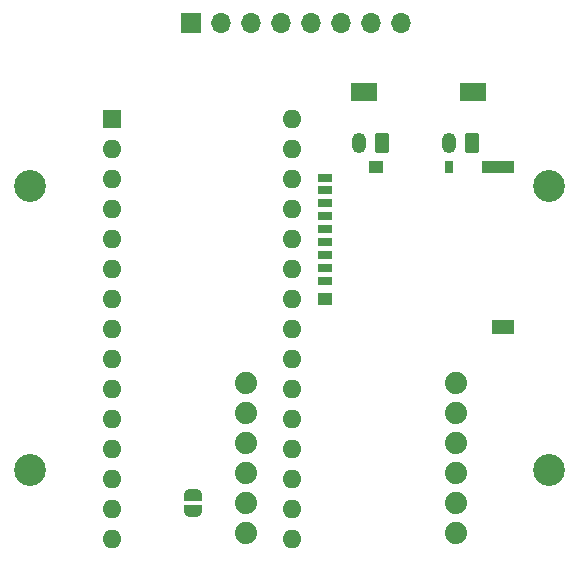
<source format=gbr>
%TF.GenerationSoftware,KiCad,Pcbnew,(6.0.7-1)-1*%
%TF.CreationDate,2023-01-25T16:43:34-06:00*%
%TF.ProjectId,BLACKBOX,424c4143-4b42-44f5-982e-6b696361645f,rev?*%
%TF.SameCoordinates,Original*%
%TF.FileFunction,Soldermask,Bot*%
%TF.FilePolarity,Negative*%
%FSLAX46Y46*%
G04 Gerber Fmt 4.6, Leading zero omitted, Abs format (unit mm)*
G04 Created by KiCad (PCBNEW (6.0.7-1)-1) date 2023-01-25 16:43:34*
%MOMM*%
%LPD*%
G01*
G04 APERTURE LIST*
G04 Aperture macros list*
%AMRoundRect*
0 Rectangle with rounded corners*
0 $1 Rounding radius*
0 $2 $3 $4 $5 $6 $7 $8 $9 X,Y pos of 4 corners*
0 Add a 4 corners polygon primitive as box body*
4,1,4,$2,$3,$4,$5,$6,$7,$8,$9,$2,$3,0*
0 Add four circle primitives for the rounded corners*
1,1,$1+$1,$2,$3*
1,1,$1+$1,$4,$5*
1,1,$1+$1,$6,$7*
1,1,$1+$1,$8,$9*
0 Add four rect primitives between the rounded corners*
20,1,$1+$1,$2,$3,$4,$5,0*
20,1,$1+$1,$4,$5,$6,$7,0*
20,1,$1+$1,$6,$7,$8,$9,0*
20,1,$1+$1,$8,$9,$2,$3,0*%
%AMFreePoly0*
4,1,22,0.500000,-0.750000,0.000000,-0.750000,0.000000,-0.745033,-0.079941,-0.743568,-0.215256,-0.701293,-0.333266,-0.622738,-0.424486,-0.514219,-0.481581,-0.384460,-0.499164,-0.250000,-0.500000,-0.250000,-0.500000,0.250000,-0.499164,0.250000,-0.499963,0.256109,-0.478152,0.396186,-0.417904,0.524511,-0.324060,0.630769,-0.204165,0.706417,-0.067858,0.745374,0.000000,0.744959,0.000000,0.750000,
0.500000,0.750000,0.500000,-0.750000,0.500000,-0.750000,$1*%
%AMFreePoly1*
4,1,20,0.000000,0.744959,0.073905,0.744508,0.209726,0.703889,0.328688,0.626782,0.421226,0.519385,0.479903,0.390333,0.500000,0.250000,0.500000,-0.250000,0.499851,-0.262216,0.476331,-0.402017,0.414519,-0.529596,0.319384,-0.634700,0.198574,-0.708877,0.061801,-0.746166,0.000000,-0.745033,0.000000,-0.750000,-0.500000,-0.750000,-0.500000,0.750000,0.000000,0.750000,0.000000,0.744959,
0.000000,0.744959,$1*%
G04 Aperture macros list end*
%ADD10C,2.700000*%
%ADD11RoundRect,0.250000X0.350000X0.625000X-0.350000X0.625000X-0.350000X-0.625000X0.350000X-0.625000X0*%
%ADD12O,1.200000X1.750000*%
%ADD13R,1.600000X1.600000*%
%ADD14O,1.600000X1.600000*%
%ADD15R,1.700000X1.700000*%
%ADD16O,1.700000X1.700000*%
%ADD17C,1.879600*%
%ADD18R,1.200000X0.700000*%
%ADD19R,0.800000X1.000000*%
%ADD20R,2.800000X1.000000*%
%ADD21R,1.900000X1.300000*%
%ADD22R,1.200000X1.000000*%
%ADD23FreePoly0,90.000000*%
%ADD24FreePoly1,90.000000*%
%ADD25R,2.180000X1.600000*%
G04 APERTURE END LIST*
D10*
%TO.C,*%
X132000000Y-58000000D03*
%TD*%
D11*
%TO.C,J102*%
X125476000Y-54356000D03*
D12*
X123476000Y-54356000D03*
%TD*%
D10*
%TO.C,REF\u002A\u002A*%
X88000000Y-82000000D03*
%TD*%
D13*
%TO.C,A1*%
X94996000Y-52324000D03*
D14*
X94996000Y-54864000D03*
X94996000Y-57404000D03*
X94996000Y-59944000D03*
X94996000Y-62484000D03*
X94996000Y-65024000D03*
X94996000Y-67564000D03*
X94996000Y-70104000D03*
X94996000Y-72644000D03*
X94996000Y-75184000D03*
X94996000Y-77724000D03*
X94996000Y-80264000D03*
X94996000Y-82804000D03*
X94996000Y-85344000D03*
X94996000Y-87884000D03*
X110236000Y-87884000D03*
X110236000Y-85344000D03*
X110236000Y-82804000D03*
X110236000Y-80264000D03*
X110236000Y-77724000D03*
X110236000Y-75184000D03*
X110236000Y-72644000D03*
X110236000Y-70104000D03*
X110236000Y-67564000D03*
X110236000Y-65024000D03*
X110236000Y-62484000D03*
X110236000Y-59944000D03*
X110236000Y-57404000D03*
X110236000Y-54864000D03*
X110236000Y-52324000D03*
%TD*%
D10*
%TO.C,*%
X132000000Y-82000000D03*
%TD*%
%TO.C,*%
X88000000Y-58025000D03*
%TD*%
D11*
%TO.C,J3*%
X117856000Y-54356000D03*
D12*
X115856000Y-54356000D03*
%TD*%
D15*
%TO.C,J101*%
X101615000Y-44196000D03*
D16*
X104155000Y-44196000D03*
X106695000Y-44196000D03*
X109235000Y-44196000D03*
X111775000Y-44196000D03*
X114315000Y-44196000D03*
X116855000Y-44196000D03*
X119395000Y-44196000D03*
%TD*%
D17*
%TO.C,U1*%
X106309700Y-87376000D03*
X124089700Y-87376000D03*
X124089700Y-84836000D03*
X106309700Y-84836000D03*
X124089700Y-82296000D03*
X106309700Y-82296000D03*
X106309700Y-79756000D03*
X124089700Y-79756000D03*
X106309700Y-77216000D03*
X124089700Y-77216000D03*
X106309700Y-74676000D03*
X124089700Y-74676000D03*
%TD*%
D18*
%TO.C,J1*%
X113000000Y-65991000D03*
X113000000Y-64891000D03*
X113000000Y-63791000D03*
X113000000Y-62691000D03*
X113000000Y-61591000D03*
X113000000Y-60491000D03*
X113000000Y-59391000D03*
X113000000Y-58291000D03*
X113000000Y-57341000D03*
D19*
X123500000Y-56391000D03*
D20*
X127650000Y-56391000D03*
D21*
X128100000Y-69891000D03*
D22*
X113000000Y-67541000D03*
X117300000Y-56391000D03*
%TD*%
D23*
%TO.C,JP2*%
X101854000Y-85486000D03*
D24*
X101854000Y-84186000D03*
%TD*%
D25*
%TO.C,SW1*%
X125494000Y-50038000D03*
X116314000Y-50038000D03*
%TD*%
M02*

</source>
